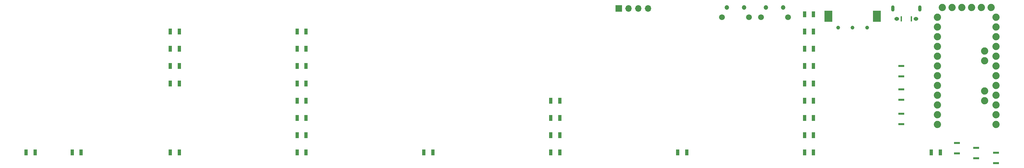
<source format=gbr>
%TF.GenerationSoftware,KiCad,Pcbnew,(5.1.10)-1*%
%TF.CreationDate,2021-07-25T13:07:42+09:00*%
%TF.ProjectId,MHGC,4d484743-2e6b-4696-9361-645f70636258,rev?*%
%TF.SameCoordinates,Original*%
%TF.FileFunction,Soldermask,Top*%
%TF.FilePolarity,Negative*%
%FSLAX46Y46*%
G04 Gerber Fmt 4.6, Leading zero omitted, Abs format (unit mm)*
G04 Created by KiCad (PCBNEW (5.1.10)-1) date 2021-07-25 13:07:42*
%MOMM*%
%LPD*%
G01*
G04 APERTURE LIST*
%ADD10O,0.900000X1.600000*%
%ADD11O,1.250000X0.950000*%
%ADD12R,0.400000X1.350000*%
%ADD13R,0.850000X1.600000*%
%ADD14C,1.879600*%
%ADD15R,2.000000X3.000000*%
%ADD16C,1.000000*%
%ADD17O,1.700000X1.700000*%
%ADD18R,1.700000X1.700000*%
%ADD19R,1.600000X0.500000*%
%ADD20C,1.500000*%
%ADD21C,1.200000*%
G04 APERTURE END LIST*
D10*
%TO.C,J2*%
X237800000Y-3000000D03*
X244800000Y-3000000D03*
D11*
X238800000Y-5700000D03*
X243800000Y-5700000D03*
D12*
X240000000Y-5700000D03*
X242600000Y-5700000D03*
%TD*%
D13*
%TO.C,D14*%
X148825000Y-31500000D03*
X151175000Y-31500000D03*
%TD*%
D14*
%TO.C,U1*%
X263350000Y-2760000D03*
X260810000Y-2760000D03*
X258270000Y-2760000D03*
X255730000Y-2760000D03*
X253190000Y-2760000D03*
X250650000Y-2760000D03*
X261699000Y-16603000D03*
X261699000Y-14063000D03*
X261699000Y-24477000D03*
X261699000Y-27017000D03*
X264620000Y-5300000D03*
X264620000Y-7840000D03*
X264620000Y-10380000D03*
X264620000Y-12920000D03*
X264620000Y-15460000D03*
X264620000Y-18000000D03*
X264620000Y-20540000D03*
X264620000Y-23080000D03*
X264620000Y-25620000D03*
X264620000Y-28160000D03*
X264620000Y-30700000D03*
X264620000Y-33240000D03*
X249380000Y-33240000D03*
X249380000Y-30700000D03*
X249380000Y-28160000D03*
X249380000Y-25620000D03*
X249380000Y-23080000D03*
X249380000Y-20540000D03*
X249380000Y-18000000D03*
X249380000Y-15460000D03*
X249380000Y-12920000D03*
X249380000Y-10380000D03*
X249380000Y-7840000D03*
X249380000Y-5300000D03*
%TD*%
D13*
%TO.C,D11*%
X181825000Y-40500000D03*
X184175000Y-40500000D03*
%TD*%
%TO.C,D1*%
X217175000Y-40500000D03*
X214825000Y-40500000D03*
%TD*%
%TO.C,D2*%
X214825000Y-36000000D03*
X217175000Y-36000000D03*
%TD*%
%TO.C,D3*%
X217175000Y-31500000D03*
X214825000Y-31500000D03*
%TD*%
%TO.C,D4*%
X214825000Y-27000000D03*
X217175000Y-27000000D03*
%TD*%
%TO.C,D5*%
X217175000Y-22500000D03*
X214825000Y-22500000D03*
%TD*%
%TO.C,D6*%
X214825000Y-18000000D03*
X217175000Y-18000000D03*
%TD*%
%TO.C,D7*%
X217175000Y-13500000D03*
X214825000Y-13500000D03*
%TD*%
%TO.C,D8*%
X214825000Y-9000000D03*
X217175000Y-9000000D03*
%TD*%
%TO.C,D9*%
X217175000Y-4500000D03*
X214825000Y-4500000D03*
%TD*%
%TO.C,D10*%
X250175000Y-40500000D03*
X247825000Y-40500000D03*
%TD*%
%TO.C,D12*%
X148825000Y-40500000D03*
X151175000Y-40500000D03*
%TD*%
%TO.C,D13*%
X151175000Y-36000000D03*
X148825000Y-36000000D03*
%TD*%
%TO.C,D15*%
X151175000Y-27000000D03*
X148825000Y-27000000D03*
%TD*%
%TO.C,D16*%
X82825000Y-40500000D03*
X85175000Y-40500000D03*
%TD*%
%TO.C,D17*%
X85175000Y-36000000D03*
X82825000Y-36000000D03*
%TD*%
%TO.C,D18*%
X82825000Y-31500000D03*
X85175000Y-31500000D03*
%TD*%
%TO.C,D19*%
X85175000Y-27000000D03*
X82825000Y-27000000D03*
%TD*%
%TO.C,D20*%
X82825000Y-22500000D03*
X85175000Y-22500000D03*
%TD*%
%TO.C,D21*%
X85175000Y-18000000D03*
X82825000Y-18000000D03*
%TD*%
%TO.C,D22*%
X82825000Y-13500000D03*
X85175000Y-13500000D03*
%TD*%
%TO.C,D23*%
X85175000Y-9000000D03*
X82825000Y-9000000D03*
%TD*%
%TO.C,D24*%
X49825000Y-22500000D03*
X52175000Y-22500000D03*
%TD*%
%TO.C,D25*%
X49825000Y-9000000D03*
X52175000Y-9000000D03*
%TD*%
%TO.C,D26*%
X52175000Y-13500000D03*
X49825000Y-13500000D03*
%TD*%
%TO.C,D27*%
X49825000Y-18000000D03*
X52175000Y-18000000D03*
%TD*%
%TO.C,D28*%
X12325000Y-40500000D03*
X14675000Y-40500000D03*
%TD*%
%TO.C,D29*%
X26675000Y-40500000D03*
X24325000Y-40500000D03*
%TD*%
%TO.C,D30*%
X52175000Y-40500000D03*
X49825000Y-40500000D03*
%TD*%
%TO.C,D31*%
X115825000Y-40500000D03*
X118175000Y-40500000D03*
%TD*%
D15*
%TO.C,RV1*%
X221030000Y-5000000D03*
X233630000Y-5000000D03*
D16*
X223580000Y-8000000D03*
X227330000Y-8000000D03*
X231080000Y-8000000D03*
%TD*%
D17*
%TO.C,J1*%
X174120000Y-3000000D03*
X171580000Y-3000000D03*
X169040000Y-3000000D03*
D18*
X166500000Y-3000000D03*
%TD*%
D19*
%TO.C,R1*%
X240030000Y-20700000D03*
X240030000Y-18000000D03*
%TD*%
%TO.C,R2*%
X240030000Y-26750000D03*
X240030000Y-24050000D03*
%TD*%
%TO.C,R3*%
X240030000Y-33100000D03*
X240030000Y-30400000D03*
%TD*%
%TO.C,R4*%
X254500000Y-40720000D03*
X254500000Y-38020000D03*
%TD*%
%TO.C,R5*%
X264620000Y-43260000D03*
X264620000Y-40560000D03*
%TD*%
%TO.C,R6*%
X259500000Y-41990000D03*
X259500000Y-39290000D03*
%TD*%
D20*
%TO.C,SW1*%
X203510000Y-5250000D03*
X210510000Y-5250000D03*
D21*
X204760000Y-2750000D03*
X209260000Y-2750000D03*
%TD*%
D20*
%TO.C,SW2*%
X193350000Y-5250000D03*
X200350000Y-5250000D03*
D21*
X194600000Y-2750000D03*
X199100000Y-2750000D03*
%TD*%
M02*

</source>
